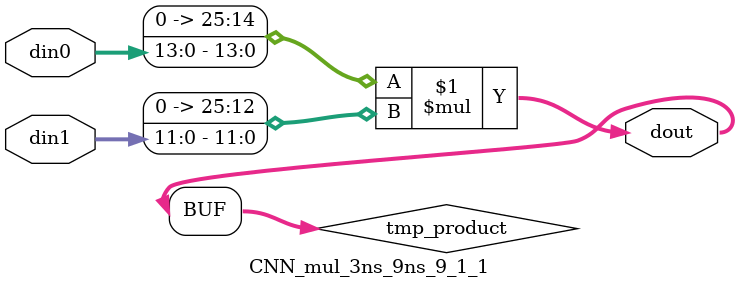
<source format=v>

`timescale 1 ns / 1 ps

  module CNN_mul_3ns_9ns_9_1_1(din0, din1, dout);
parameter ID = 1;
parameter NUM_STAGE = 0;
parameter din0_WIDTH = 14;
parameter din1_WIDTH = 12;
parameter dout_WIDTH = 26;

input [din0_WIDTH - 1 : 0] din0; 
input [din1_WIDTH - 1 : 0] din1; 
output [dout_WIDTH - 1 : 0] dout;

wire signed [dout_WIDTH - 1 : 0] tmp_product;










assign tmp_product = $signed({1'b0, din0}) * $signed({1'b0, din1});











assign dout = tmp_product;







endmodule

</source>
